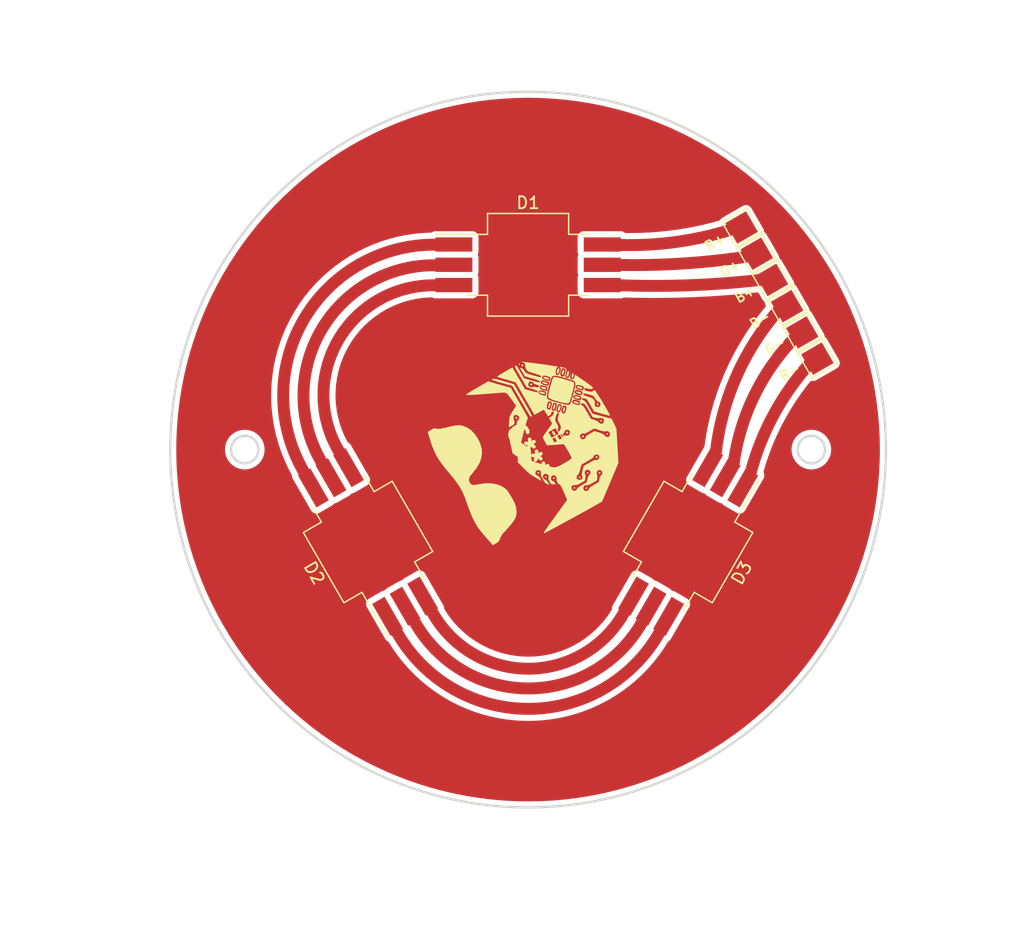
<source format=kicad_pcb>
(kicad_pcb (version 20210623) (generator pcbnew)
  (layers (0 "F.Cu" signal) (31 "B.Cu" signal) (34 "B.Paste" user) (35 "F.Paste" user) (36 "B.SilkS" user "B.Silkscreen") (37 "F.SilkS" user "F.Silkscreen") (38 "B.Mask" user) (39 "F.Mask" user) (44 "Edge.Cuts" user))
  (net 0 "")
  (net 1 "Net-(D1-Pad4)")
  (net 2 "Net-(D1-Pad5)")
  (net 3 "Net-(D1-Pad6)")
  (net 4 "Net-(D1-Pad1)")
  (net 5 "Net-(D1-Pad2)")
  (net 6 "Net-(D1-Pad3)")
  (net 7 "Net-(D2-Pad1)")
  (net 8 "Net-(D2-Pad2)")
  (net 9 "Net-(D2-Pad3)")
  (net 10 "Net-(D3-Pad1)")
  (net 11 "Net-(D3-Pad2)")
  (net 12 "Net-(D3-Pad3)")
  (net 13 "GND")
  (footprint "TestPoint:TestPoint_Pad_2.0x2.0mm" (layer "F.Cu") (at 173.228 80.345409 -60)
    (fp_text reference "J4" hide)
    (fp_text value "Conn_01x01_Female")
    (pad "1" smd rect locked (at 0 0 300) (size 2 2) (layers "F.Cu" "F.Mask") (net 11 "Net-(D3-Pad2)"))
  )
  (footprint "LOGO" (layer "F.Cu") (at 150.2156 90.2716 120)
    (fp_text reference "G***" (at 0 0 120) (layer "F.SilkS") (effects (font (size 1.524 1.524) (thickness 0.3))))
    (fp_text value "LOGO" hide)
  )
  (footprint "TestPoint:TestPoint_Pad_2.0x2.0mm" (layer "F.Cu") (at 171.958 78.145704 -60)
    (fp_text reference "J6" hide)
    (fp_text value "Conn_01x01_Female")
    (pad "1" smd rect locked (at 0 0 300) (size 2 2) (layers "F.Cu" "F.Mask") (net 12 "Net-(D3-Pad3)"))
  )
  (footprint "LED_SMD:LED_RGB_Getian_GT-P6PRGB4303" (layer "F.Cu") (at 150.242 74.676)
    (fp_text reference "D1" (at 0 -5.2) (layer "F.SilkS"))
    (fp_text value "LED_RGB")
    (pad "1" smd rect (at -6.22 -1.7) (size 3.1 1.2) (layers "F.Cu" "F.Paste" "F.Mask") (net 4 "Net-(D1-Pad1)"))
    (pad "2" smd rect (at -6.22 0) (size 3.1 1.2) (layers "F.Cu" "F.Paste" "F.Mask") (net 5 "Net-(D1-Pad2)"))
    (pad "3" smd rect (at -6.22 1.7) (size 3.1 1.2) (layers "F.Cu" "F.Paste" "F.Mask") (net 6 "Net-(D1-Pad3)"))
    (pad "4" smd rect (at 6.22 1.7 180) (size 3.1 1.2) (layers "F.Cu" "F.Paste" "F.Mask") (net 1 "Net-(D1-Pad4)"))
    (pad "5" smd rect (at 6.22 0 180) (size 3.1 1.2) (layers "F.Cu" "F.Paste" "F.Mask") (net 2 "Net-(D1-Pad5)"))
    (pad "6" smd rect (at 6.22 -1.7 180) (size 3.1 1.2) (layers "F.Cu" "F.Paste" "F.Mask") (net 3 "Net-(D1-Pad6)"))
    (pad "PAD" smd circle (at 0 0) (size 5.7 5.7) (layers "F.Cu" "F.Paste" "F.Mask") (net 13 "GND"))
  )
  (footprint "LED_SMD:LED_RGB_Getian_GT-P6PRGB4303" (layer "F.Cu") (at 163.660198 97.917 -120)
    (fp_text reference "D3" (at 0 -5.2 60) (layer "F.SilkS"))
    (fp_text value "LED_RGB")
    (pad "1" smd rect (at -6.22 -1.7 240) (size 3.1 1.2) (layers "F.Cu" "F.Paste" "F.Mask") (net 10 "Net-(D3-Pad1)"))
    (pad "2" smd rect (at -6.22 0 240) (size 3.1 1.2) (layers "F.Cu" "F.Paste" "F.Mask") (net 11 "Net-(D3-Pad2)"))
    (pad "3" smd rect (at -6.22 1.7 240) (size 3.1 1.2) (layers "F.Cu" "F.Paste" "F.Mask") (net 12 "Net-(D3-Pad3)"))
    (pad "4" smd rect (at 6.22 1.7 60) (size 3.1 1.2) (layers "F.Cu" "F.Paste" "F.Mask") (net 9 "Net-(D2-Pad3)"))
    (pad "5" smd rect (at 6.22 0 60) (size 3.1 1.2) (layers "F.Cu" "F.Paste" "F.Mask") (net 8 "Net-(D2-Pad2)"))
    (pad "6" smd rect (at 6.22 -1.7 60) (size 3.1 1.2) (layers "F.Cu" "F.Paste" "F.Mask") (net 7 "Net-(D2-Pad1)"))
    (pad "PAD" smd circle (at 0 0 240) (size 5.7 5.7) (layers "F.Cu" "F.Paste" "F.Mask") (net 13 "GND"))
  )
  (footprint "TestPoint:TestPoint_Pad_2.0x2.0mm" (layer "F.Cu") (at 169.418 73.746295 -60)
    (fp_text reference "J3" hide)
    (fp_text value "Conn_01x01_Female")
    (pad "1" smd rect locked (at 0 0 300) (size 2 2) (layers "F.Cu" "F.Mask") (net 2 "Net-(D1-Pad5)"))
  )
  (footprint "TestPoint:TestPoint_Pad_2.0x2.0mm" (layer "F.Cu") (at 174.498 82.545113 -60)
    (fp_text reference "J2" hide)
    (fp_text value "Conn_01x01_Female")
    (pad "1" smd rect locked (at 0 0 300) (size 2 2) (layers "F.Cu" "F.Mask") (net 10 "Net-(D3-Pad1)"))
  )
  (footprint "LED_SMD:LED_RGB_Getian_GT-P6PRGB4303" (layer "F.Cu") (at 136.823802 97.917 120)
    (fp_text reference "D2" (at 0 -5.2 120) (layer "F.SilkS"))
    (fp_text value "LED_RGB")
    (pad "1" smd rect (at -6.22 -1.7 120) (size 3.1 1.2) (layers "F.Cu" "F.Paste" "F.Mask") (net 7 "Net-(D2-Pad1)"))
    (pad "2" smd rect (at -6.22 0 120) (size 3.1 1.2) (layers "F.Cu" "F.Paste" "F.Mask") (net 8 "Net-(D2-Pad2)"))
    (pad "3" smd rect (at -6.22 1.7 120) (size 3.1 1.2) (layers "F.Cu" "F.Paste" "F.Mask") (net 9 "Net-(D2-Pad3)"))
    (pad "4" smd rect (at 6.22 1.7 300) (size 3.1 1.2) (layers "F.Cu" "F.Paste" "F.Mask") (net 6 "Net-(D1-Pad3)"))
    (pad "5" smd rect (at 6.22 0 300) (size 3.1 1.2) (layers "F.Cu" "F.Paste" "F.Mask") (net 5 "Net-(D1-Pad2)"))
    (pad "6" smd rect (at 6.22 -1.7 300) (size 3.1 1.2) (layers "F.Cu" "F.Paste" "F.Mask") (net 4 "Net-(D1-Pad1)"))
    (pad "PAD" smd circle (at 0 0 120) (size 5.7 5.7) (layers "F.Cu" "F.Paste" "F.Mask") (net 13 "GND"))
  )
  (footprint "TestPoint:TestPoint_Pad_2.0x2.0mm" (layer "F.Cu") (at 170.688 75.946 -60)
    (fp_text reference "J5" hide)
    (fp_text value "Conn_01x01_Female")
    (pad "1" smd rect locked (at 0 0 300) (size 2 2) (layers "F.Cu" "F.Mask") (net 1 "Net-(D1-Pad4)"))
  )
  (footprint "TestPoint:TestPoint_Pad_2.0x2.0mm" (layer "F.Cu") (at 168.148 71.546591 -60)
    (fp_text reference "J1" hide)
    (fp_text value "Conn_01x01_Female")
    (pad "1" smd rect locked (at 0 0 300) (size 2 2) (layers "F.Cu" "F.Mask") (net 3 "Net-(D1-Pad6)"))
  )
  (gr_arc (start 150.279612 99.252656) (end 140.589396 104.3376) (angle -124.5) (layer "F.Cu") (width 1))
  (gr_arc (start 142.366489 85.64239) (end 142.8496 72.9996) (angle -124.5) (layer "F.Cu") (width 1))
  (gr_arc (start 159.12781 10.957069) (end 157.716857 74.685339) (angle -10.28075106) (layer "F.Cu") (width 1))
  (gr_arc (start 187.726687 92.858764) (end 165.9636 90.6272) (angle 34.86295529) (layer "F.Cu") (width 1))
  (gr_arc (start 186.179987 93.90037) (end 167.4876 91.2876) (angle 36.33105748) (layer "F.Cu") (width 1))
  (gr_arc (start 158.804293 44.687164) (end 157.6324 72.9996) (angle -21.08002189) (layer "F.Cu") (width 1))
  (gr_arc (start 150.258758 99.336595) (end 142.117402 103.631382) (angle -124.5300034) (layer "F.Cu") (width 1))
  (gr_arc (start 150.25873 99.254198) (end 139.068197 105.157207) (angle -124.5) (layer "F.Cu") (width 1))
  (gr_arc (start 142.357383 85.661245) (end 142.7988 74.7268) (angle -124.5) (layer "F.Cu") (width 1))
  (gr_arc (start 190.338844 97.78119) (end 168.91 92.1004) (angle 27.83073479) (layer "F.Cu") (width 1))
  (gr_arc (start 142.295117 85.601215) (end 142.6464 76.4032) (angle -124.5300034) (layer "F.Cu") (width 1))
  (gr_arc (start 160.849531 -2.053501) (end 157.657316 76.380688) (angle -9.119630015) (layer "F.Cu") (width 1))
  (gr_circle (center 150.242 90.17) (end 180.242 90.17) (layer "Edge.Cuts") (width 0.2) (fill none))
  (gr_circle (center 173.992 90.17) (end 175.142 90.17) (layer "Edge.Cuts") (width 0.2) (fill none))
  (gr_circle (center 126.492 90.17) (end 127.642 90.17) (layer "Edge.Cuts") (width 0.2) (fill none))
  (gr_text "R+\n\nG+\n\nB+\n\nB-\n\nG-\n\nR-" (at 169.0624 78.232 30) (layer "F.SilkS") (effects (font (size 0.78 0.78))))
  (segment (start 144.022 74.676) (end 143.072 74.676) (width 0.25) (layer "F.Cu") (net 5))
  (segment (start 144.022 76.45) (end 144.018 76.454) (width 0.25) (layer "F.Cu") (net 6))
  (segment (start 144.022 76.376) (end 144.022 76.45) (width 0.25) (layer "F.Cu") (net 6))
  (zone (net 13) (net_name "GND") (layer "F.Cu") (connect_pads yes (clearance 0.508)) (min_thickness 0.254) (fill yes (thermal_gap 0.508) (thermal_bridge_width 0.508))
    (polygon (pts (xy 191.8208 130.4544) (xy 105.9688 130.4544) (xy 105.9688 52.4764) (xy 191.8208 52.4764)))
  )
)
</source>
